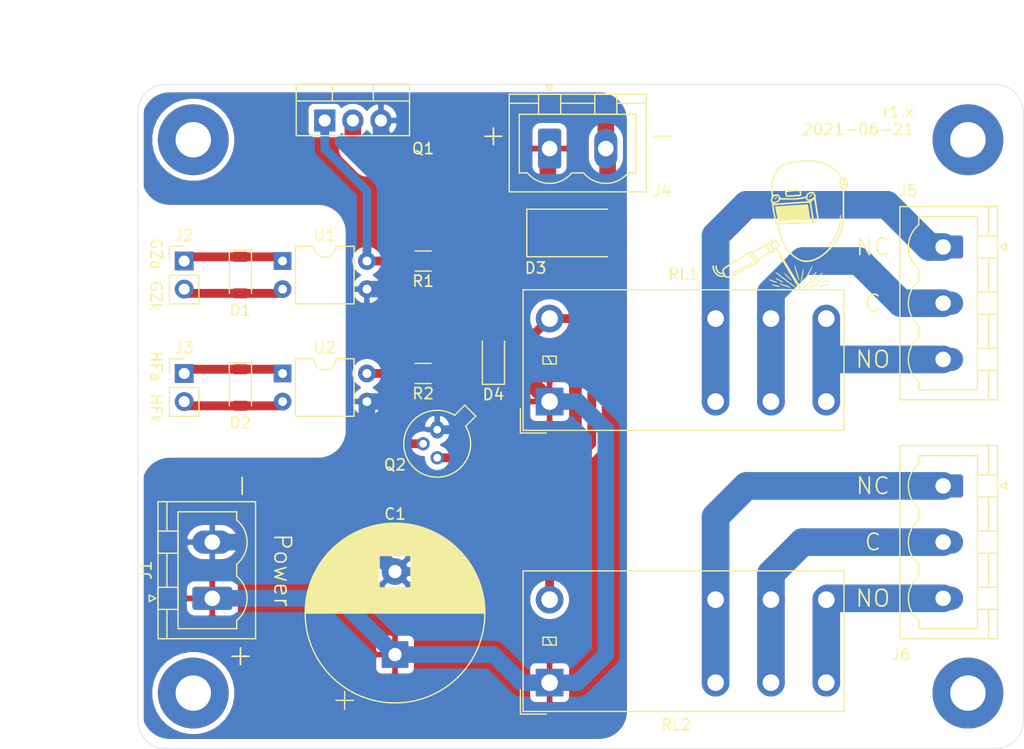
<source format=kicad_pcb>
(kicad_pcb (version 20171130) (host pcbnew 5.1.10-1.fc33)
  (layers (0 F.Cu signal) (31 B.Cu signal) (34 B.Paste user) (35 F.Paste user) (36 B.SilkS user) (37 F.SilkS user) (38 B.Mask user) (39 F.Mask user) (44 Edge.Cuts user))
  (net 0 "")
  (net 1 GND)
  (net 2 +12V)
  (net 3 "Net-(D1-Pad2)")
  (net 4 "Net-(D1-Pad1)")
  (net 5 "Net-(D2-Pad2)")
  (net 6 "Net-(D2-Pad1)")
  (net 7 "Net-(D3-Pad2)")
  (net 8 "Net-(D4-Pad2)")
  (net 9 "Net-(J5-Pad2)")
  (net 10 "Net-(J5-Pad1)")
  (net 11 "Net-(J6-Pad2)")
  (net 12 "Net-(J6-Pad1)")
  (net 13 "Net-(Q1-Pad1)")
  (net 14 "Net-(Q2-Pad2)")
  (net 15 "Net-(J5-Pad3)")
  (net 16 "Net-(J6-Pad3)")
  (module slow-switching-outputs:welder_footprint (layer F.Cu) (at 160.655 57.785)
    (fp_text reference G*** hide)
    (fp_text value LOGO hide)
  )
  (module MountingHole:MountingHole_3.2mm_M3_Pad (layer F.Cu) (at 107.5 50)
    (fp_text reference H4 hide)
    (fp_text value MountingHole hide)
    (pad 1 thru_hole circle (at 0 0) (size 6.4 6.4) (drill 3.2) (layers *.Cu *.Mask))
  )
  (module MountingHole:MountingHole_3.2mm_M3_Pad (layer F.Cu) (at 177.5 100)
    (fp_text reference H3 hide)
    (fp_text value MountingHole hide)
    (pad 1 thru_hole circle (at 0 0) (size 6.4 6.4) (drill 3.2) (layers *.Cu *.Mask))
  )
  (module MountingHole:MountingHole_3.2mm_M3_Pad (layer F.Cu) (at 177.5 50)
    (fp_text reference H2 hide)
    (fp_text value MountingHole hide)
    (pad 1 thru_hole circle (at 0 0) (size 6.4 6.4) (drill 3.2) (layers *.Cu *.Mask))
  )
  (module MountingHole:MountingHole_3.2mm_M3_Pad (layer F.Cu) (at 107.5 100)
    (fp_text reference H1 hide)
    (fp_text value MountingHole hide)
    (pad 1 thru_hole circle (at 0 0) (size 6.4 6.4) (drill 3.2) (layers *.Cu *.Mask))
  )
  (module Package_TO_SOT_THT:TO-18-3 (layer F.Cu) (at 129.54 76.2 270)
    (fp_text reference Q2 (at 3.175 3.81 180) (layer F.SilkS))
    (fp_text value PN2222A)
    (pad 3 thru_hole oval (at 2.54 0 270) (size 1.2 1.2) (drill 0.7) (layers *.Cu *.Mask) (net 8 "Net-(D4-Pad2)"))
    (pad 2 thru_hole oval (at 1.27 1.27 270) (size 1.2 1.2) (drill 0.7) (layers *.Cu *.Mask) (net 14 "Net-(Q2-Pad2)"))
    (pad 1 thru_hole oval (at 0 0 270) (size 1.6 1.2) (drill 0.7) (layers *.Cu *.Mask) (net 1 GND))
  )
  (module Connector_Phoenix_MSTB:PhoenixContact_MSTBVA_2,5_3-G-5,08_1x03_P5.08mm_Vertical (layer F.Cu) (at 175.26 81.28 270)
    (fp_text reference J6 (at 15.24 3.81 180) (layer F.SilkS))
    (fp_text value Conn_01x03_Male)
    (pad 3 thru_hole oval (at 10.16 0 270) (size 2.08 3.6) (drill 1.4) (layers *.Cu *.Mask) (net 16 "Net-(J6-Pad3)"))
    (pad 2 thru_hole oval (at 5.08 0 270) (size 2.08 3.6) (drill 1.4) (layers *.Cu *.Mask) (net 11 "Net-(J6-Pad2)"))
    (pad 1 thru_hole roundrect (at 0 0 270) (size 2.08 3.6) (drill 1.4) (layers *.Cu *.Mask) (roundrect_rratio 0.1201918269230769) (net 12 "Net-(J6-Pad1)"))
  )
  (module Relay_THT:Relay_DPDT_Omron_G2RL (layer F.Cu) (at 139.7 73.66)
    (fp_text reference RL1 (at 12.1 -11.5 180) (layer F.SilkS))
    (fp_text value G2RL-2-DC12)
    (pad 8 thru_hole oval (at 0 -7.5 90) (size 2.5 2.5) (drill 1.5) (layers *.Cu *.Mask) (net 8 "Net-(D4-Pad2)"))
    (pad 7 thru_hole oval (at 15 -7.5 90) (size 2.5 2.5) (drill 1.5) (layers *.Cu *.Mask) (net 10 "Net-(J5-Pad1)"))
    (pad 6 thru_hole oval (at 20 -7.5 90) (size 2.5 2.5) (drill 1.5) (layers *.Cu *.Mask) (net 9 "Net-(J5-Pad2)"))
    (pad 5 thru_hole oval (at 25 -7.5 90) (size 2.5 2.5) (drill 1.5) (layers *.Cu *.Mask) (net 15 "Net-(J5-Pad3)"))
    (pad 4 thru_hole oval (at 25 0 90) (size 2.5 2.5) (drill 1.5) (layers *.Cu *.Mask) (net 15 "Net-(J5-Pad3)"))
    (pad 3 thru_hole oval (at 20 0 90) (size 2.5 2.5) (drill 1.5) (layers *.Cu *.Mask) (net 9 "Net-(J5-Pad2)"))
    (pad 2 thru_hole oval (at 15 0 90) (size 2.5 2.5) (drill 1.5) (layers *.Cu *.Mask) (net 10 "Net-(J5-Pad1)"))
    (pad 1 thru_hole rect (at 0 0 90) (size 2.5 2.5) (drill 1.5) (layers *.Cu *.Mask) (net 2 +12V))
  )
  (module Connector_Phoenix_MSTB:PhoenixContact_MSTBVA_2,5_3-G-5,08_1x03_P5.08mm_Vertical (layer F.Cu) (at 175.26 59.69 270)
    (fp_text reference J5 (at -5.08 3.175 180) (layer F.SilkS))
    (fp_text value Conn_01x03_Male)
    (pad 3 thru_hole oval (at 10.16 0 270) (size 2.08 3.6) (drill 1.4) (layers *.Cu *.Mask) (net 15 "Net-(J5-Pad3)"))
    (pad 2 thru_hole oval (at 5.08 0 270) (size 2.08 3.6) (drill 1.4) (layers *.Cu *.Mask) (net 9 "Net-(J5-Pad2)"))
    (pad 1 thru_hole roundrect (at 0 0 270) (size 2.08 3.6) (drill 1.4) (layers *.Cu *.Mask) (roundrect_rratio 0.1201918269230769) (net 10 "Net-(J5-Pad1)"))
  )
  (module Package_DIP:DIP-4_W7.62mm (layer F.Cu) (at 115.57 71.12)
    (fp_text reference U2 (at 3.81 -2.33) (layer F.SilkS))
    (fp_text value PC817)
    (pad 4 thru_hole oval (at 7.62 0) (size 1.6 1.6) (drill 0.8) (layers *.Cu *.Mask) (net 14 "Net-(Q2-Pad2)"))
    (pad 2 thru_hole oval (at 0 2.54) (size 1.6 1.6) (drill 0.8) (layers *.Cu *.Mask) (net 5 "Net-(D2-Pad2)"))
    (pad 3 thru_hole oval (at 7.62 2.54) (size 1.6 1.6) (drill 0.8) (layers *.Cu *.Mask) (net 1 GND))
    (pad 1 thru_hole rect (at 0 0) (size 1.6 1.6) (drill 0.8) (layers *.Cu *.Mask) (net 6 "Net-(D2-Pad1)"))
  )
  (module Package_DIP:DIP-4_W7.62mm (layer F.Cu) (at 115.57 60.96)
    (fp_text reference U1 (at 3.81 -2.33) (layer F.SilkS))
    (fp_text value PC817)
    (pad 4 thru_hole oval (at 7.62 0) (size 1.6 1.6) (drill 0.8) (layers *.Cu *.Mask) (net 13 "Net-(Q1-Pad1)"))
    (pad 2 thru_hole oval (at 0 2.54) (size 1.6 1.6) (drill 0.8) (layers *.Cu *.Mask) (net 3 "Net-(D1-Pad2)"))
    (pad 3 thru_hole oval (at 7.62 2.54) (size 1.6 1.6) (drill 0.8) (layers *.Cu *.Mask) (net 1 GND))
    (pad 1 thru_hole rect (at 0 0) (size 1.6 1.6) (drill 0.8) (layers *.Cu *.Mask) (net 4 "Net-(D1-Pad1)"))
  )
  (module Relay_THT:Relay_DPDT_Omron_G2RL (layer F.Cu) (at 139.7 99.06)
    (fp_text reference RL2 (at 11.43 3.81 180) (layer F.SilkS))
    (fp_text value G2RL-2-DC12)
    (pad 8 thru_hole oval (at 0 -7.5 90) (size 2.5 2.5) (drill 1.5) (layers *.Cu *.Mask) (net 8 "Net-(D4-Pad2)"))
    (pad 7 thru_hole oval (at 15 -7.5 90) (size 2.5 2.5) (drill 1.5) (layers *.Cu *.Mask) (net 12 "Net-(J6-Pad1)"))
    (pad 6 thru_hole oval (at 20 -7.5 90) (size 2.5 2.5) (drill 1.5) (layers *.Cu *.Mask) (net 11 "Net-(J6-Pad2)"))
    (pad 5 thru_hole oval (at 25 -7.5 90) (size 2.5 2.5) (drill 1.5) (layers *.Cu *.Mask) (net 16 "Net-(J6-Pad3)"))
    (pad 4 thru_hole oval (at 25 0 90) (size 2.5 2.5) (drill 1.5) (layers *.Cu *.Mask) (net 16 "Net-(J6-Pad3)"))
    (pad 3 thru_hole oval (at 20 0 90) (size 2.5 2.5) (drill 1.5) (layers *.Cu *.Mask) (net 11 "Net-(J6-Pad2)"))
    (pad 2 thru_hole oval (at 15 0 90) (size 2.5 2.5) (drill 1.5) (layers *.Cu *.Mask) (net 12 "Net-(J6-Pad1)"))
    (pad 1 thru_hole rect (at 0 0 90) (size 2.5 2.5) (drill 1.5) (layers *.Cu *.Mask) (net 2 +12V))
  )
  (module Resistor_SMD:R_1206_3216Metric_Pad1.30x1.75mm_HandSolder (layer F.Cu) (at 128.27 71.12 180)
    (fp_text reference R2 (at 0 -1.82) (layer F.SilkS))
    (fp_text value 1k)
    (pad 2 smd roundrect (at 1.55 0 180) (size 1.3 1.75) (layers F.Cu F.Paste F.Mask) (roundrect_rratio 0.1923076923076923) (net 14 "Net-(Q2-Pad2)"))
    (pad 1 smd roundrect (at -1.55 0 180) (size 1.3 1.75) (layers F.Cu F.Paste F.Mask) (roundrect_rratio 0.1923076923076923) (net 2 +12V))
  )
  (module Resistor_SMD:R_1206_3216Metric_Pad1.30x1.75mm_HandSolder (layer F.Cu) (at 128.27 60.96 180)
    (fp_text reference R1 (at 0 -1.82) (layer F.SilkS))
    (fp_text value 1k)
    (pad 2 smd roundrect (at 1.55 0 180) (size 1.3 1.75) (layers F.Cu F.Paste F.Mask) (roundrect_rratio 0.1923076923076923) (net 13 "Net-(Q1-Pad1)"))
    (pad 1 smd roundrect (at -1.55 0 180) (size 1.3 1.75) (layers F.Cu F.Paste F.Mask) (roundrect_rratio 0.1923076923076923) (net 2 +12V))
  )
  (module Package_TO_SOT_THT:TO-220-3_Vertical (layer F.Cu) (at 119.38 48.26)
    (fp_text reference Q1 (at 8.89 2.54) (layer F.SilkS))
    (fp_text value TIP122)
    (pad 3 thru_hole oval (at 5.08 0) (size 1.905 2) (drill 1.1) (layers *.Cu *.Mask) (net 1 GND))
    (pad 2 thru_hole oval (at 2.54 0) (size 1.905 2) (drill 1.1) (layers *.Cu *.Mask) (net 7 "Net-(D3-Pad2)"))
    (pad 1 thru_hole rect (at 0 0) (size 1.905 2) (drill 1.1) (layers *.Cu *.Mask) (net 13 "Net-(Q1-Pad1)"))
  )
  (module Connector_Phoenix_MSTB:PhoenixContact_MSTBVA_2,5_2-G-5,08_1x02_P5.08mm_Vertical (layer F.Cu) (at 139.7 50.8)
    (fp_text reference J4 (at 10.16 3.81) (layer F.SilkS))
    (fp_text value Conn_01x02_Male)
    (pad 2 thru_hole oval (at 5.08 0) (size 2.08 3.6) (drill 1.4) (layers *.Cu *.Mask) (net 7 "Net-(D3-Pad2)"))
    (pad 1 thru_hole roundrect (at 0 0) (size 2.08 3.6) (drill 1.4) (layers *.Cu *.Mask) (roundrect_rratio 0.1201918269230769) (net 2 +12V))
  )
  (module Connector_PinHeader_2.54mm:PinHeader_1x02_P2.54mm_Vertical (layer F.Cu) (at 106.68 71.12)
    (fp_text reference J3 (at 0 -2.33) (layer F.SilkS))
    (fp_text value Conn_01x02_Male)
    (pad 2 thru_hole oval (at 0 2.54) (size 1.7 1.7) (drill 1) (layers *.Cu *.Mask) (net 5 "Net-(D2-Pad2)"))
    (pad 1 thru_hole rect (at 0 0) (size 1.7 1.7) (drill 1) (layers *.Cu *.Mask) (net 6 "Net-(D2-Pad1)"))
  )
  (module Connector_PinHeader_2.54mm:PinHeader_1x02_P2.54mm_Vertical (layer F.Cu) (at 106.68 60.96)
    (fp_text reference J2 (at 0 -2.33) (layer F.SilkS))
    (fp_text value Conn_01x02_Male)
    (pad 2 thru_hole oval (at 0 2.54) (size 1.7 1.7) (drill 1) (layers *.Cu *.Mask) (net 3 "Net-(D1-Pad2)"))
    (pad 1 thru_hole rect (at 0 0) (size 1.7 1.7) (drill 1) (layers *.Cu *.Mask) (net 4 "Net-(D1-Pad1)"))
  )
  (module Connector_Phoenix_MSTB:PhoenixContact_MSTBVA_2,5_2-G-5,08_1x02_P5.08mm_Vertical (layer F.Cu) (at 109.22 91.44 90)
    (fp_text reference J1 (at 2.54 -6 90) (layer F.SilkS))
    (fp_text value POWER)
    (pad 2 thru_hole oval (at 5.08 0 90) (size 2.08 3.6) (drill 1.4) (layers *.Cu *.Mask) (net 1 GND))
    (pad 1 thru_hole roundrect (at 0 0 90) (size 2.08 3.6) (drill 1.4) (layers *.Cu *.Mask) (roundrect_rratio 0.1201918269230769) (net 2 +12V))
  )
  (module Diode_SMD:D_SOD-123 (layer F.Cu) (at 134.62 69.85 90)
    (fp_text reference D4 (at -3.175 0 180) (layer F.SilkS))
    (fp_text value 1N4148W)
    (pad 2 smd rect (at 1.65 0 90) (size 0.9 1.2) (layers F.Cu F.Paste F.Mask) (net 8 "Net-(D4-Pad2)"))
    (pad 1 smd rect (at -1.65 0 90) (size 0.9 1.2) (layers F.Cu F.Paste F.Mask) (net 2 +12V))
  )
  (module Diode_SMD:D_SMB_Handsoldering (layer F.Cu) (at 142.24 58.42)
    (fp_text reference D3 (at -3.81 3.175) (layer F.SilkS))
    (fp_text value 1N4005)
    (pad 2 smd rect (at 2.7 0) (size 3.5 2.3) (layers F.Cu F.Paste F.Mask) (net 7 "Net-(D3-Pad2)"))
    (pad 1 smd rect (at -2.7 0) (size 3.5 2.3) (layers F.Cu F.Paste F.Mask) (net 2 +12V))
  )
  (module Diode_SMD:D_SOD-123 (layer F.Cu) (at 111.76 72.39 270)
    (fp_text reference D2 (at 3.175 0 180) (layer F.SilkS))
    (fp_text value 1N4148W)
    (pad 2 smd rect (at 1.65 0 270) (size 0.9 1.2) (layers F.Cu F.Paste F.Mask) (net 5 "Net-(D2-Pad2)"))
    (pad 1 smd rect (at -1.65 0 270) (size 0.9 1.2) (layers F.Cu F.Paste F.Mask) (net 6 "Net-(D2-Pad1)"))
  )
  (module Diode_SMD:D_SOD-123 (layer F.Cu) (at 111.76 62.23 270)
    (fp_text reference D1 (at 3.175 0 180) (layer F.SilkS))
    (fp_text value 1N4148W)
    (pad 2 smd rect (at 1.65 0 270) (size 0.9 1.2) (layers F.Cu F.Paste F.Mask) (net 3 "Net-(D1-Pad2)"))
    (pad 1 smd rect (at -1.65 0 270) (size 0.9 1.2) (layers F.Cu F.Paste F.Mask) (net 4 "Net-(D1-Pad1)"))
  )
  (module Capacitor_THT:CP_Radial_D16.0mm_P7.50mm (layer F.Cu) (at 125.73 96.52 90)
    (fp_text reference C1 (at 12.7 0 180) (layer F.SilkS))
    (fp_text value "1000uF 35V")
    (pad 2 thru_hole circle (at 7.5 0 90) (size 2.4 2.4) (drill 1.2) (layers *.Cu *.Mask) (net 1 GND))
    (pad 1 thru_hole rect (at 0 0 90) (size 2.4 2.4) (drill 1.2) (layers *.Cu *.Mask) (net 2 +12V))
  )
  (gr_text HFk (at 104.14 74.295 -90) (layer F.SilkS) (effects (font (size 1 1))))
  (gr_text HFa (at 104.14 70.485 -90) (layer F.SilkS) (effects (font (size 1 1))))
  (gr_text GZk (at 104.14 64.135 -90) (layer F.SilkS) (effects (font (size 1 1))))
  (gr_text GZa (at 104.14 60.325 -90) (layer F.SilkS) (effects (font (size 1 1))))
  (gr_text "r1.x\n2021-06-21" (at 172.72 48.26) (layer F.SilkS) (effects (font (size 1 1)) (justify right)))
  (gr_text Power (at 115.57 88.9 -90) (layer F.SilkS) (effects (font (size 1.5 1.5))))
  (gr_text - (at 111.76 81.28 90) (layer F.SilkS) (effects (font (size 2 2))))
  (gr_text - (at 149.86 49.53) (layer F.SilkS) (effects (font (size 2 2))))
  (gr_text + (at 111.76 96.52) (layer F.SilkS) (effects (font (size 2 2))))
  (gr_text + (at 134.62 49.53) (layer F.SilkS) (effects (font (size 2 2))))
  (gr_text NO (at 168.91 91.44) (layer F.SilkS) (effects (font (size 1.5 1.5))))
  (gr_text C (at 168.91 86.36) (layer F.SilkS) (effects (font (size 1.5 1.5))))
  (gr_text NC (at 168.91 81.28) (layer F.SilkS) (effects (font (size 1.5 1.5))))
  (gr_text NO (at 168.91 69.85) (layer F.SilkS) (effects (font (size 1.5 1.5))))
  (gr_text C (at 168.91 64.77) (layer F.SilkS) (effects (font (size 1.5 1.5))))
  (gr_text NC (at 168.91 59.69) (layer F.SilkS) (effects (font (size 1.5 1.5))))
  (gr_arc (start 180 102.5) (end 180 105) (angle -90) (layer Edge.Cuts) (width 0.05))
  (gr_arc (start 105 102.5) (end 102.5 102.5) (angle -90) (layer Edge.Cuts) (width 0.05))
  (gr_arc (start 105 47.5) (end 105 45) (angle -90) (layer Edge.Cuts) (width 0.05))
  (gr_arc (start 180 47.5) (end 182.5 47.5) (angle -90) (layer Edge.Cuts) (width 0.05))
  (gr_line (start 102.5 102.5) (end 102.5 47.5) (layer Edge.Cuts) (width 0.05))
  (gr_line (start 180 105) (end 105 105) (layer Edge.Cuts) (width 0.05))
  (gr_line (start 182.5 47.5) (end 182.5 102.5) (layer Edge.Cuts) (width 0.05))
  (gr_line (start 105 45) (end 180 45) (layer Edge.Cuts) (width 0.05))
  (segment (start 123.07 86.36) (end 125.73 89.02) (width 1.5) (layer B.Cu) (net 1))
  (segment (start 109.22 86.36) (end 123.07 86.36) (width 1.5) (layer B.Cu) (net 1))
  (segment (start 129.54 76.2) (end 130.81 76.2) (width 0.8) (layer B.Cu) (net 1))
  (segment (start 130.81 76.2) (end 132.08 77.47) (width 0.8) (layer B.Cu) (net 1))
  (segment (start 132.08 77.47) (end 132.08 86.36) (width 0.8) (layer B.Cu) (net 1))
  (segment (start 129.42 89.02) (end 125.73 89.02) (width 0.8) (layer B.Cu) (net 1))
  (segment (start 132.08 86.36) (end 129.42 89.02) (width 0.8) (layer B.Cu) (net 1))
  (segment (start 123.19 86.24) (end 123.07 86.36) (width 0.8) (layer B.Cu) (net 1))
  (segment (start 123.19 73.66) (end 123.19 86.24) (width 1.5) (layer B.Cu) (net 1))
  (segment (start 123.19 73.66) (end 124.46 73.66) (width 1.5) (layer B.Cu) (net 1))
  (segment (start 124.46 73.66) (end 125.73 72.39) (width 1.5) (layer B.Cu) (net 1))
  (segment (start 125.73 72.39) (end 125.73 64.77) (width 1.5) (layer B.Cu) (net 1))
  (segment (start 125.73 64.77) (end 124.46 63.5) (width 1.5) (layer B.Cu) (net 1))
  (segment (start 124.46 63.5) (end 123.19 63.5) (width 1.5) (layer B.Cu) (net 1))
  (segment (start 124.46 63.5) (end 125.73 62.23) (width 1.5) (layer B.Cu) (net 1))
  (segment (start 125.73 62.23) (end 125.73 50.8) (width 1.5) (layer B.Cu) (net 1))
  (segment (start 125.73 50.8) (end 124.46 49.53) (width 1.5) (layer B.Cu) (net 1))
  (segment (start 124.46 49.53) (end 124.46 48.26) (width 1.5) (layer B.Cu) (net 1))
  (segment (start 120.65 91.44) (end 125.73 96.52) (width 1.5) (layer B.Cu) (net 2))
  (segment (start 109.22 91.44) (end 120.65 91.44) (width 1.5) (layer B.Cu) (net 2))
  (segment (start 125.73 96.52) (end 134.62 96.52) (width 1.5) (layer B.Cu) (net 2))
  (segment (start 137.16 99.06) (end 139.7 99.06) (width 1.5) (layer B.Cu) (net 2))
  (segment (start 134.62 96.52) (end 137.16 99.06) (width 1.5) (layer B.Cu) (net 2))
  (segment (start 137.54 71.5) (end 139.7 73.66) (width 1.5) (layer F.Cu) (net 2))
  (segment (start 134.62 71.5) (end 137.54 71.5) (width 1.5) (layer F.Cu) (net 2))
  (segment (start 130.2 71.5) (end 129.82 71.12) (width 0.8) (layer F.Cu) (net 2))
  (segment (start 134.62 71.5) (end 130.2 71.5) (width 1.5) (layer F.Cu) (net 2))
  (segment (start 129.82 71.12) (end 129.82 60.96) (width 1.5) (layer F.Cu) (net 2))
  (segment (start 129.82 60.96) (end 129.82 60.68) (width 0.8) (layer F.Cu) (net 2))
  (segment (start 132.08 58.42) (end 139.54 58.42) (width 1.5) (layer F.Cu) (net 2))
  (segment (start 129.82 60.68) (end 132.08 58.42) (width 1.5) (layer F.Cu) (net 2))
  (segment (start 139.54 50.96) (end 139.7 50.8) (width 0.8) (layer F.Cu) (net 2))
  (segment (start 139.54 58.42) (end 139.54 50.96) (width 1.5) (layer F.Cu) (net 2))
  (segment (start 142.24 73.66) (end 139.7 73.66) (width 1.5) (layer B.Cu) (net 2))
  (segment (start 144.78 76.2) (end 142.24 73.66) (width 1.5) (layer B.Cu) (net 2))
  (segment (start 144.78 96.52) (end 144.78 76.2) (width 1.5) (layer B.Cu) (net 2))
  (segment (start 142.24 99.06) (end 144.78 96.52) (width 1.5) (layer B.Cu) (net 2))
  (segment (start 139.7 99.06) (end 142.24 99.06) (width 1.5) (layer B.Cu) (net 2))
  (segment (start 115.19 63.88) (end 115.57 63.5) (width 0.8) (layer F.Cu) (net 3))
  (segment (start 111.76 63.88) (end 115.19 63.88) (width 0.8) (layer F.Cu) (net 3))
  (segment (start 107.06 63.88) (end 106.68 63.5) (width 0.8) (layer F.Cu) (net 3))
  (segment (start 111.76 63.88) (end 107.06 63.88) (width 0.8) (layer F.Cu) (net 3))
  (segment (start 115.19 60.58) (end 115.57 60.96) (width 0.8) (layer F.Cu) (net 4))
  (segment (start 111.76 60.58) (end 115.19 60.58) (width 0.8) (layer F.Cu) (net 4))
  (segment (start 107.06 60.58) (end 106.68 60.96) (width 0.8) (layer F.Cu) (net 4))
  (segment (start 111.76 60.58) (end 107.06 60.58) (width 0.8) (layer F.Cu) (net 4))
  (segment (start 115.19 74.04) (end 115.57 73.66) (width 0.8) (layer F.Cu) (net 5))
  (segment (start 111.76 74.04) (end 115.19 74.04) (width 0.8) (layer F.Cu) (net 5))
  (segment (start 107.06 74.04) (end 106.68 73.66) (width 0.8) (layer F.Cu) (net 5))
  (segment (start 111.76 74.04) (end 107.06 74.04) (width 0.8) (layer F.Cu) (net 5))
  (segment (start 115.19 70.74) (end 115.57 71.12) (width 0.8) (layer F.Cu) (net 6))
  (segment (start 111.76 70.74) (end 115.19 70.74) (width 0.8) (layer F.Cu) (net 6))
  (segment (start 107.06 70.74) (end 106.68 71.12) (width 0.8) (layer F.Cu) (net 6))
  (segment (start 111.76 70.74) (end 107.06 70.74) (width 0.8) (layer F.Cu) (net 6))
  (segment (start 144.94 50.96) (end 144.78 50.8) (width 0.8) (layer F.Cu) (net 7))
  (segment (start 144.94 58.42) (end 144.94 50.96) (width 1.5) (layer F.Cu) (net 7))
  (segment (start 121.92 48.26) (end 121.92 50.8) (width 1.5) (layer F.Cu) (net 7))
  (segment (start 121.92 50.8) (end 123.19 52.07) (width 1.5) (layer F.Cu) (net 7))
  (segment (start 123.19 52.07) (end 132.08 52.07) (width 1.5) (layer F.Cu) (net 7))
  (segment (start 132.08 52.07) (end 137.16 46.99) (width 1.5) (layer F.Cu) (net 7))
  (segment (start 137.16 46.99) (end 143.51 46.99) (width 1.5) (layer F.Cu) (net 7))
  (segment (start 143.51 46.99) (end 144.78 48.26) (width 1.5) (layer F.Cu) (net 7))
  (segment (start 144.78 48.26) (end 144.78 50.8) (width 1.5) (layer F.Cu) (net 7))
  (segment (start 137.66 68.2) (end 139.7 66.16) (width 0.8) (layer F.Cu) (net 8))
  (segment (start 134.62 68.2) (end 137.66 68.2) (width 0.8) (layer F.Cu) (net 8))
  (segment (start 129.54 78.74) (end 139.7 78.74) (width 0.8) (layer F.Cu) (net 8))
  (segment (start 139.7 91.56) (end 139.7 78.74) (width 0.8) (layer F.Cu) (net 8))
  (segment (start 142.36 66.16) (end 139.7 66.16) (width 0.8) (layer F.Cu) (net 8))
  (segment (start 143.51 67.31) (end 142.36 66.16) (width 0.8) (layer F.Cu) (net 8))
  (segment (start 143.51 77.47) (end 143.51 67.31) (width 0.8) (layer F.Cu) (net 8))
  (segment (start 142.24 78.74) (end 143.51 77.47) (width 0.8) (layer F.Cu) (net 8))
  (segment (start 139.7 78.74) (end 142.24 78.74) (width 0.8) (layer F.Cu) (net 8))
  (segment (start 159.7 66.16) (end 159.7 73.66) (width 2.5) (layer B.Cu) (net 9))
  (segment (start 159.7 63.82) (end 159.7 66.16) (width 2.5) (layer B.Cu) (net 9))
  (segment (start 162.56 60.96) (end 159.7 63.82) (width 2.5) (layer B.Cu) (net 9))
  (segment (start 162.56 60.96) (end 167.64 60.96) (width 2.5) (layer B.Cu) (net 9))
  (segment (start 171.45 64.77) (end 175.26 64.77) (width 2.5) (layer B.Cu) (net 9))
  (segment (start 167.64 60.96) (end 171.45 64.77) (width 2.5) (layer B.Cu) (net 9))
  (segment (start 154.7 66.16) (end 154.7 73.66) (width 2.5) (layer B.Cu) (net 10))
  (segment (start 154.7 58.66) (end 154.7 66.16) (width 2.5) (layer B.Cu) (net 10))
  (segment (start 175.26 59.69) (end 173.99 59.69) (width 2.5) (layer B.Cu) (net 10))
  (segment (start 173.99 59.69) (end 170.18 55.88) (width 2.5) (layer B.Cu) (net 10))
  (segment (start 170.18 55.88) (end 157.48 55.88) (width 2.5) (layer B.Cu) (net 10))
  (segment (start 157.48 55.88) (end 154.7 58.66) (width 2.5) (layer B.Cu) (net 10))
  (segment (start 159.7 99.06) (end 159.7 91.56) (width 2.5) (layer B.Cu) (net 11))
  (segment (start 175.26 86.36) (end 162.56 86.36) (width 2.5) (layer B.Cu) (net 11))
  (segment (start 159.7 89.22) (end 159.7 91.56) (width 2.5) (layer B.Cu) (net 11))
  (segment (start 162.56 86.36) (end 159.7 89.22) (width 2.5) (layer B.Cu) (net 11))
  (segment (start 154.7 99.06) (end 154.7 91.56) (width 2.5) (layer B.Cu) (net 12))
  (segment (start 154.7 84.06) (end 154.7 91.56) (width 2.5) (layer B.Cu) (net 12))
  (segment (start 157.48 81.28) (end 154.7 84.06) (width 2.5) (layer B.Cu) (net 12))
  (segment (start 175.26 81.28) (end 157.48 81.28) (width 2.5) (layer B.Cu) (net 12))
  (segment (start 119.38 48.26) (end 119.38 50.8) (width 0.8) (layer B.Cu) (net 13))
  (segment (start 123.19 54.61) (end 123.19 60.96) (width 0.8) (layer B.Cu) (net 13))
  (segment (start 119.38 50.8) (end 123.19 54.61) (width 0.8) (layer B.Cu) (net 13))
  (segment (start 126.72 60.96) (end 123.19 60.96) (width 0.8) (layer F.Cu) (net 13))
  (segment (start 128.27 77.47) (end 127 77.47) (width 0.8) (layer F.Cu) (net 14))
  (segment (start 127 77.47) (end 125.73 76.2) (width 0.8) (layer F.Cu) (net 14))
  (segment (start 125.73 76.2) (end 125.73 71.12) (width 0.8) (layer F.Cu) (net 14))
  (segment (start 125.73 71.12) (end 123.19 71.12) (width 0.8) (layer F.Cu) (net 14))
  (segment (start 126.72 71.12) (end 125.73 71.12) (width 0.8) (layer F.Cu) (net 14))
  (segment (start 165.1 69.85) (end 164.7 69.45) (width 2.5) (layer B.Cu) (net 15))
  (segment (start 175.26 69.85) (end 165.1 69.85) (width 2.5) (layer B.Cu) (net 15))
  (segment (start 164.7 69.45) (end 164.7 66.16) (width 2.5) (layer B.Cu) (net 15))
  (segment (start 164.7 73.66) (end 164.7 69.45) (width 2.5) (layer B.Cu) (net 15))
  (segment (start 164.7 99.06) (end 164.7 91.56) (width 2.5) (layer B.Cu) (net 16))
  (segment (start 164.82 91.44) (end 164.7 91.56) (width 2.5) (layer B.Cu) (net 16))
  (segment (start 175.26 91.44) (end 164.82 91.44) (width 2.5) (layer B.Cu) (net 16))
  (zone (net 1) (net_name GND) (layer B.Cu) (connect_pads (clearance 0.508)) (min_thickness 0.254) (fill yes (arc_segments 32) (thermal_gap 0.508) (thermal_bridge_width 0.508) (smoothing fillet) (radius 2.5))
    (polygon (pts (xy 146.685 104.14) (xy 102.87 104.14) (xy 102.87 78.74) (xy 121.285 78.74) (xy 121.285 55.88) (xy 102.87 55.88) (xy 102.87 45.72) (xy 146.685 45.72)))
  )
  (zone (net 2) (net_name +12V) (layer F.Cu) (connect_pads (clearance 0.508)) (min_thickness 0.254) (fill yes (arc_segments 32) (thermal_gap 0.508) (thermal_bridge_width 0.508) (smoothing fillet) (radius 2.5))
    (polygon (pts (xy 146.685 104.14) (xy 102.87 104.14) (xy 102.87 78.74) (xy 121.285 78.74) (xy 121.285 55.88) (xy 102.87 55.88) (xy 102.87 45.72) (xy 146.685 45.72)))
  )
)
</source>
